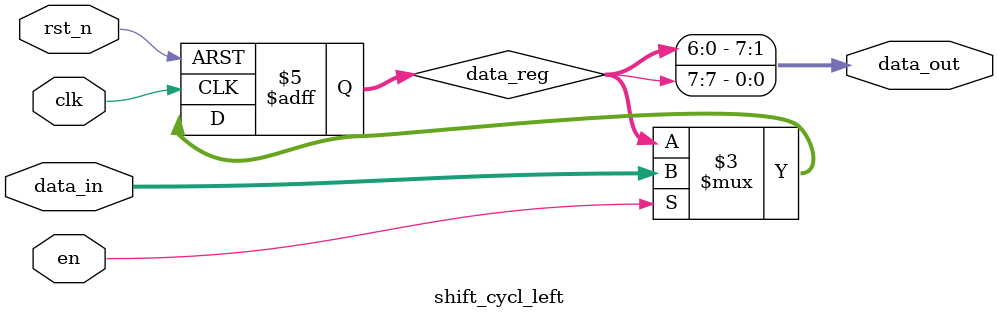
<source format=sv>
module shift_cycl_left #(parameter WIDTH=8) (
    input wire clk,
    input wire rst_n,
    input wire en,
    input wire [WIDTH-1:0] data_in,
    output wire [WIDTH-1:0] data_out
);

reg [WIDTH-1:0] data_reg;

always @(posedge clk or negedge rst_n) begin
    if (!rst_n) begin
        data_reg <= {WIDTH{1'b0}};
    end else if (en) begin
        data_reg <= data_in;
    end
end

assign data_out = (WIDTH == 1) ? data_reg : {data_reg[WIDTH-2:0], data_reg[WIDTH-1]};

endmodule
</source>
